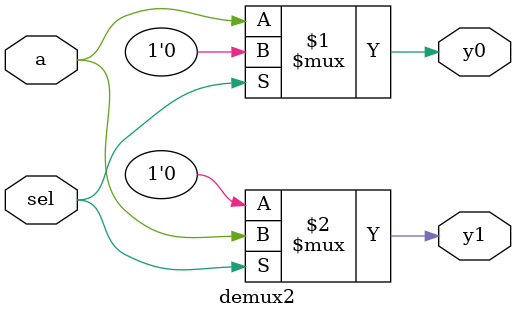
<source format=v>
module demux2(
  input a,
  input sel,
  output y0,
  output y1
);

  assign y0 = (sel ? 1'b0 : a);
  assign y1 = (sel ? a : 1'b0);

endmodule
</source>
